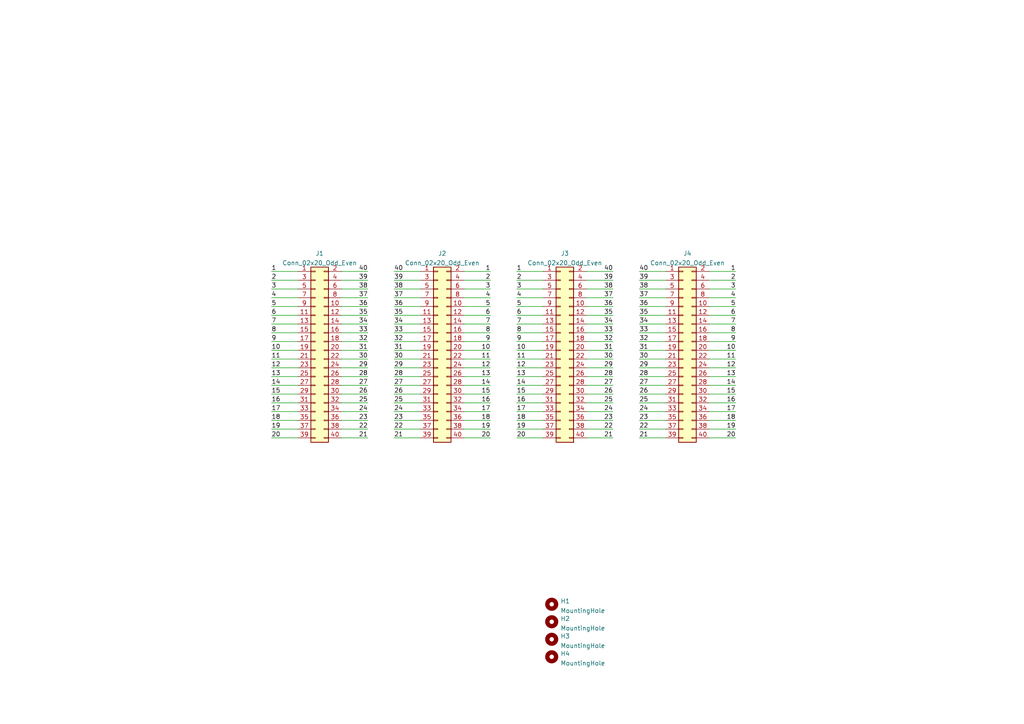
<source format=kicad_sch>
(kicad_sch (version 20210621) (generator eeschema)
  (paper "A4")
  (lib_symbols
    (symbol "Connector_Generic:Conn_02x20_Odd_Even" (pin_names (offset 1.016) hide)
      (property "Reference" "J" (at 1.27 25.4 0))
      (property "Value" "Conn_02x20_Odd_Even" (at 1.27 -27.94 0))
      (symbol "Conn_02x20_Odd_Even_1_1"
        (rectangle (start -1.27 -25.273) (end 0 -25.527) (stroke (width 0.1524)))
        (rectangle (start -1.27 -22.733) (end 0 -22.987) (stroke (width 0.1524)))
        (rectangle (start -1.27 -20.193) (end 0 -20.447) (stroke (width 0.1524)))
        (rectangle (start -1.27 -17.653) (end 0 -17.907) (stroke (width 0.1524)))
        (rectangle (start -1.27 -15.113) (end 0 -15.367) (stroke (width 0.1524)))
        (rectangle (start -1.27 -12.573) (end 0 -12.827) (stroke (width 0.1524)))
        (rectangle (start -1.27 -10.033) (end 0 -10.287) (stroke (width 0.1524)))
        (rectangle (start -1.27 -7.493) (end 0 -7.747) (stroke (width 0.1524)))
        (rectangle (start -1.27 -4.953) (end 0 -5.207) (stroke (width 0.1524)))
        (rectangle (start -1.27 -2.413) (end 0 -2.667) (stroke (width 0.1524)))
        (rectangle (start -1.27 0.127) (end 0 -0.127) (stroke (width 0.1524)))
        (rectangle (start -1.27 2.667) (end 0 2.413) (stroke (width 0.1524)))
        (rectangle (start -1.27 5.207) (end 0 4.953) (stroke (width 0.1524)))
        (rectangle (start -1.27 7.747) (end 0 7.493) (stroke (width 0.1524)))
        (rectangle (start -1.27 10.287) (end 0 10.033) (stroke (width 0.1524)))
        (rectangle (start -1.27 12.827) (end 0 12.573) (stroke (width 0.1524)))
        (rectangle (start -1.27 15.367) (end 0 15.113) (stroke (width 0.1524)))
        (rectangle (start -1.27 17.907) (end 0 17.653) (stroke (width 0.1524)))
        (rectangle (start -1.27 20.447) (end 0 20.193) (stroke (width 0.1524)))
        (rectangle (start -1.27 22.987) (end 0 22.733) (stroke (width 0.1524)))
        (rectangle (start 3.81 -25.273) (end 2.54 -25.527) (stroke (width 0.1524)))
        (rectangle (start 3.81 -22.733) (end 2.54 -22.987) (stroke (width 0.1524)))
        (rectangle (start 3.81 -20.193) (end 2.54 -20.447) (stroke (width 0.1524)))
        (rectangle (start 3.81 -17.653) (end 2.54 -17.907) (stroke (width 0.1524)))
        (rectangle (start 3.81 -15.113) (end 2.54 -15.367) (stroke (width 0.1524)))
        (rectangle (start 3.81 -12.573) (end 2.54 -12.827) (stroke (width 0.1524)))
        (rectangle (start 3.81 -10.033) (end 2.54 -10.287) (stroke (width 0.1524)))
        (rectangle (start 3.81 -7.493) (end 2.54 -7.747) (stroke (width 0.1524)))
        (rectangle (start 3.81 -4.953) (end 2.54 -5.207) (stroke (width 0.1524)))
        (rectangle (start 3.81 -2.413) (end 2.54 -2.667) (stroke (width 0.1524)))
        (rectangle (start 3.81 0.127) (end 2.54 -0.127) (stroke (width 0.1524)))
        (rectangle (start 3.81 2.667) (end 2.54 2.413) (stroke (width 0.1524)))
        (rectangle (start 3.81 5.207) (end 2.54 4.953) (stroke (width 0.1524)))
        (rectangle (start 3.81 7.747) (end 2.54 7.493) (stroke (width 0.1524)))
        (rectangle (start 3.81 10.287) (end 2.54 10.033) (stroke (width 0.1524)))
        (rectangle (start 3.81 12.827) (end 2.54 12.573) (stroke (width 0.1524)))
        (rectangle (start 3.81 15.367) (end 2.54 15.113) (stroke (width 0.1524)))
        (rectangle (start 3.81 17.907) (end 2.54 17.653) (stroke (width 0.1524)))
        (rectangle (start 3.81 20.447) (end 2.54 20.193) (stroke (width 0.1524)))
        (rectangle (start 3.81 22.987) (end 2.54 22.733) (stroke (width 0.1524)))
        (rectangle (start -1.27 24.13) (end 3.81 -26.67) (stroke (width 0.254)) (fill (type background)))
        (pin passive line (at -5.08 22.86 0) (length 3.81) (name "Pin_1") (number "1"))
        (pin passive line (at 7.62 12.7 180) (length 3.81) (name "Pin_10") (number "10"))
        (pin passive line (at -5.08 10.16 0) (length 3.81) (name "Pin_11") (number "11"))
        (pin passive line (at 7.62 10.16 180) (length 3.81) (name "Pin_12") (number "12"))
        (pin passive line (at -5.08 7.62 0) (length 3.81) (name "Pin_13") (number "13"))
        (pin passive line (at 7.62 7.62 180) (length 3.81) (name "Pin_14") (number "14"))
        (pin passive line (at -5.08 5.08 0) (length 3.81) (name "Pin_15") (number "15"))
        (pin passive line (at 7.62 5.08 180) (length 3.81) (name "Pin_16") (number "16"))
        (pin passive line (at -5.08 2.54 0) (length 3.81) (name "Pin_17") (number "17"))
        (pin passive line (at 7.62 2.54 180) (length 3.81) (name "Pin_18") (number "18"))
        (pin passive line (at -5.08 0 0) (length 3.81) (name "Pin_19") (number "19"))
        (pin passive line (at 7.62 22.86 180) (length 3.81) (name "Pin_2") (number "2"))
        (pin passive line (at 7.62 0 180) (length 3.81) (name "Pin_20") (number "20"))
        (pin passive line (at -5.08 -2.54 0) (length 3.81) (name "Pin_21") (number "21"))
        (pin passive line (at 7.62 -2.54 180) (length 3.81) (name "Pin_22") (number "22"))
        (pin passive line (at -5.08 -5.08 0) (length 3.81) (name "Pin_23") (number "23"))
        (pin passive line (at 7.62 -5.08 180) (length 3.81) (name "Pin_24") (number "24"))
        (pin passive line (at -5.08 -7.62 0) (length 3.81) (name "Pin_25") (number "25"))
        (pin passive line (at 7.62 -7.62 180) (length 3.81) (name "Pin_26") (number "26"))
        (pin passive line (at -5.08 -10.16 0) (length 3.81) (name "Pin_27") (number "27"))
        (pin passive line (at 7.62 -10.16 180) (length 3.81) (name "Pin_28") (number "28"))
        (pin passive line (at -5.08 -12.7 0) (length 3.81) (name "Pin_29") (number "29"))
        (pin passive line (at -5.08 20.32 0) (length 3.81) (name "Pin_3") (number "3"))
        (pin passive line (at 7.62 -12.7 180) (length 3.81) (name "Pin_30") (number "30"))
        (pin passive line (at -5.08 -15.24 0) (length 3.81) (name "Pin_31") (number "31"))
        (pin passive line (at 7.62 -15.24 180) (length 3.81) (name "Pin_32") (number "32"))
        (pin passive line (at -5.08 -17.78 0) (length 3.81) (name "Pin_33") (number "33"))
        (pin passive line (at 7.62 -17.78 180) (length 3.81) (name "Pin_34") (number "34"))
        (pin passive line (at -5.08 -20.32 0) (length 3.81) (name "Pin_35") (number "35"))
        (pin passive line (at 7.62 -20.32 180) (length 3.81) (name "Pin_36") (number "36"))
        (pin passive line (at -5.08 -22.86 0) (length 3.81) (name "Pin_37") (number "37"))
        (pin passive line (at 7.62 -22.86 180) (length 3.81) (name "Pin_38") (number "38"))
        (pin passive line (at -5.08 -25.4 0) (length 3.81) (name "Pin_39") (number "39"))
        (pin passive line (at 7.62 20.32 180) (length 3.81) (name "Pin_4") (number "4"))
        (pin passive line (at 7.62 -25.4 180) (length 3.81) (name "Pin_40") (number "40"))
        (pin passive line (at -5.08 17.78 0) (length 3.81) (name "Pin_5") (number "5"))
        (pin passive line (at 7.62 17.78 180) (length 3.81) (name "Pin_6") (number "6"))
        (pin passive line (at -5.08 15.24 0) (length 3.81) (name "Pin_7") (number "7"))
        (pin passive line (at 7.62 15.24 180) (length 3.81) (name "Pin_8") (number "8"))
        (pin passive line (at -5.08 12.7 0) (length 3.81) (name "Pin_9") (number "9"))
      )
    )
    (symbol "Mechanical:MountingHole" (pin_names (offset 1.016))
      (property "Reference" "H" (at 0 5.08 0))
      (property "Value" "MountingHole" (at 0 3.175 0))
      (symbol "MountingHole_0_1"
        (circle (center 0 0) (radius 1.27) (stroke (width 1.27)))
      )
    )
  )
  (wire (pts (xy 78.74 78.74) (xy 86.36 78.74)))
  (wire (pts (xy 78.74 81.28) (xy 86.36 81.28)))
  (wire (pts (xy 78.74 83.82) (xy 86.36 83.82)))
  (wire (pts (xy 78.74 86.36) (xy 86.36 86.36)))
  (wire (pts (xy 78.74 88.9) (xy 86.36 88.9)))
  (wire (pts (xy 78.74 91.44) (xy 86.36 91.44)))
  (wire (pts (xy 78.74 93.98) (xy 86.36 93.98)))
  (wire (pts (xy 78.74 96.52) (xy 86.36 96.52)))
  (wire (pts (xy 78.74 99.06) (xy 86.36 99.06)))
  (wire (pts (xy 78.74 101.6) (xy 86.36 101.6)))
  (wire (pts (xy 78.74 104.14) (xy 86.36 104.14)))
  (wire (pts (xy 78.74 106.68) (xy 86.36 106.68)))
  (wire (pts (xy 78.74 109.22) (xy 86.36 109.22)))
  (wire (pts (xy 78.74 111.76) (xy 86.36 111.76)))
  (wire (pts (xy 78.74 114.3) (xy 86.36 114.3)))
  (wire (pts (xy 78.74 116.84) (xy 86.36 116.84)))
  (wire (pts (xy 78.74 119.38) (xy 86.36 119.38)))
  (wire (pts (xy 78.74 121.92) (xy 86.36 121.92)))
  (wire (pts (xy 78.74 124.46) (xy 86.36 124.46)))
  (wire (pts (xy 78.74 127) (xy 86.36 127)))
  (wire (pts (xy 99.06 78.74) (xy 106.68 78.74)))
  (wire (pts (xy 99.06 81.28) (xy 106.68 81.28)))
  (wire (pts (xy 99.06 83.82) (xy 106.68 83.82)))
  (wire (pts (xy 99.06 86.36) (xy 106.68 86.36)))
  (wire (pts (xy 99.06 88.9) (xy 106.68 88.9)))
  (wire (pts (xy 99.06 91.44) (xy 106.68 91.44)))
  (wire (pts (xy 99.06 93.98) (xy 106.68 93.98)))
  (wire (pts (xy 99.06 96.52) (xy 106.68 96.52)))
  (wire (pts (xy 99.06 99.06) (xy 106.68 99.06)))
  (wire (pts (xy 99.06 101.6) (xy 106.68 101.6)))
  (wire (pts (xy 99.06 104.14) (xy 106.68 104.14)))
  (wire (pts (xy 99.06 106.68) (xy 106.68 106.68)))
  (wire (pts (xy 99.06 109.22) (xy 106.68 109.22)))
  (wire (pts (xy 99.06 111.76) (xy 106.68 111.76)))
  (wire (pts (xy 99.06 114.3) (xy 106.68 114.3)))
  (wire (pts (xy 99.06 116.84) (xy 106.68 116.84)))
  (wire (pts (xy 99.06 119.38) (xy 106.68 119.38)))
  (wire (pts (xy 99.06 121.92) (xy 106.68 121.92)))
  (wire (pts (xy 99.06 124.46) (xy 106.68 124.46)))
  (wire (pts (xy 99.06 127) (xy 106.68 127)))
  (wire (pts (xy 114.3 78.74) (xy 121.92 78.74)))
  (wire (pts (xy 114.3 81.28) (xy 121.92 81.28)))
  (wire (pts (xy 114.3 83.82) (xy 121.92 83.82)))
  (wire (pts (xy 114.3 86.36) (xy 121.92 86.36)))
  (wire (pts (xy 114.3 88.9) (xy 121.92 88.9)))
  (wire (pts (xy 114.3 91.44) (xy 121.92 91.44)))
  (wire (pts (xy 114.3 93.98) (xy 121.92 93.98)))
  (wire (pts (xy 114.3 96.52) (xy 121.92 96.52)))
  (wire (pts (xy 114.3 99.06) (xy 121.92 99.06)))
  (wire (pts (xy 114.3 101.6) (xy 121.92 101.6)))
  (wire (pts (xy 114.3 104.14) (xy 121.92 104.14)))
  (wire (pts (xy 114.3 106.68) (xy 121.92 106.68)))
  (wire (pts (xy 114.3 109.22) (xy 121.92 109.22)))
  (wire (pts (xy 114.3 111.76) (xy 121.92 111.76)))
  (wire (pts (xy 114.3 114.3) (xy 121.92 114.3)))
  (wire (pts (xy 114.3 116.84) (xy 121.92 116.84)))
  (wire (pts (xy 114.3 119.38) (xy 121.92 119.38)))
  (wire (pts (xy 114.3 121.92) (xy 121.92 121.92)))
  (wire (pts (xy 114.3 124.46) (xy 121.92 124.46)))
  (wire (pts (xy 114.3 127) (xy 121.92 127)))
  (wire (pts (xy 134.62 78.74) (xy 142.24 78.74)))
  (wire (pts (xy 134.62 81.28) (xy 142.24 81.28)))
  (wire (pts (xy 134.62 83.82) (xy 142.24 83.82)))
  (wire (pts (xy 134.62 86.36) (xy 142.24 86.36)))
  (wire (pts (xy 134.62 88.9) (xy 142.24 88.9)))
  (wire (pts (xy 134.62 91.44) (xy 142.24 91.44)))
  (wire (pts (xy 134.62 93.98) (xy 142.24 93.98)))
  (wire (pts (xy 134.62 96.52) (xy 142.24 96.52)))
  (wire (pts (xy 134.62 99.06) (xy 142.24 99.06)))
  (wire (pts (xy 134.62 101.6) (xy 142.24 101.6)))
  (wire (pts (xy 134.62 104.14) (xy 142.24 104.14)))
  (wire (pts (xy 134.62 106.68) (xy 142.24 106.68)))
  (wire (pts (xy 134.62 109.22) (xy 142.24 109.22)))
  (wire (pts (xy 134.62 111.76) (xy 142.24 111.76)))
  (wire (pts (xy 134.62 114.3) (xy 142.24 114.3)))
  (wire (pts (xy 134.62 116.84) (xy 142.24 116.84)))
  (wire (pts (xy 134.62 119.38) (xy 142.24 119.38)))
  (wire (pts (xy 134.62 121.92) (xy 142.24 121.92)))
  (wire (pts (xy 134.62 124.46) (xy 142.24 124.46)))
  (wire (pts (xy 134.62 127) (xy 142.24 127)))
  (wire (pts (xy 149.86 78.74) (xy 157.48 78.74)))
  (wire (pts (xy 149.86 81.28) (xy 157.48 81.28)))
  (wire (pts (xy 149.86 83.82) (xy 157.48 83.82)))
  (wire (pts (xy 149.86 86.36) (xy 157.48 86.36)))
  (wire (pts (xy 149.86 88.9) (xy 157.48 88.9)))
  (wire (pts (xy 149.86 91.44) (xy 157.48 91.44)))
  (wire (pts (xy 149.86 93.98) (xy 157.48 93.98)))
  (wire (pts (xy 149.86 96.52) (xy 157.48 96.52)))
  (wire (pts (xy 149.86 99.06) (xy 157.48 99.06)))
  (wire (pts (xy 149.86 101.6) (xy 157.48 101.6)))
  (wire (pts (xy 149.86 104.14) (xy 157.48 104.14)))
  (wire (pts (xy 149.86 106.68) (xy 157.48 106.68)))
  (wire (pts (xy 149.86 109.22) (xy 157.48 109.22)))
  (wire (pts (xy 149.86 111.76) (xy 157.48 111.76)))
  (wire (pts (xy 149.86 114.3) (xy 157.48 114.3)))
  (wire (pts (xy 149.86 116.84) (xy 157.48 116.84)))
  (wire (pts (xy 149.86 119.38) (xy 157.48 119.38)))
  (wire (pts (xy 149.86 121.92) (xy 157.48 121.92)))
  (wire (pts (xy 149.86 124.46) (xy 157.48 124.46)))
  (wire (pts (xy 149.86 127) (xy 157.48 127)))
  (wire (pts (xy 170.18 78.74) (xy 177.8 78.74)))
  (wire (pts (xy 170.18 81.28) (xy 177.8 81.28)))
  (wire (pts (xy 170.18 83.82) (xy 177.8 83.82)))
  (wire (pts (xy 170.18 86.36) (xy 177.8 86.36)))
  (wire (pts (xy 170.18 88.9) (xy 177.8 88.9)))
  (wire (pts (xy 170.18 91.44) (xy 177.8 91.44)))
  (wire (pts (xy 170.18 93.98) (xy 177.8 93.98)))
  (wire (pts (xy 170.18 96.52) (xy 177.8 96.52)))
  (wire (pts (xy 170.18 99.06) (xy 177.8 99.06)))
  (wire (pts (xy 170.18 101.6) (xy 177.8 101.6)))
  (wire (pts (xy 170.18 104.14) (xy 177.8 104.14)))
  (wire (pts (xy 170.18 106.68) (xy 177.8 106.68)))
  (wire (pts (xy 170.18 109.22) (xy 177.8 109.22)))
  (wire (pts (xy 170.18 111.76) (xy 177.8 111.76)))
  (wire (pts (xy 170.18 114.3) (xy 177.8 114.3)))
  (wire (pts (xy 170.18 116.84) (xy 177.8 116.84)))
  (wire (pts (xy 170.18 119.38) (xy 177.8 119.38)))
  (wire (pts (xy 170.18 121.92) (xy 177.8 121.92)))
  (wire (pts (xy 170.18 124.46) (xy 177.8 124.46)))
  (wire (pts (xy 170.18 127) (xy 177.8 127)))
  (wire (pts (xy 185.42 78.74) (xy 193.04 78.74)))
  (wire (pts (xy 185.42 81.28) (xy 193.04 81.28)))
  (wire (pts (xy 185.42 83.82) (xy 193.04 83.82)))
  (wire (pts (xy 185.42 86.36) (xy 193.04 86.36)))
  (wire (pts (xy 185.42 88.9) (xy 193.04 88.9)))
  (wire (pts (xy 185.42 91.44) (xy 193.04 91.44)))
  (wire (pts (xy 185.42 93.98) (xy 193.04 93.98)))
  (wire (pts (xy 185.42 96.52) (xy 193.04 96.52)))
  (wire (pts (xy 185.42 99.06) (xy 193.04 99.06)))
  (wire (pts (xy 185.42 101.6) (xy 193.04 101.6)))
  (wire (pts (xy 185.42 104.14) (xy 193.04 104.14)))
  (wire (pts (xy 185.42 106.68) (xy 193.04 106.68)))
  (wire (pts (xy 185.42 109.22) (xy 193.04 109.22)))
  (wire (pts (xy 185.42 111.76) (xy 193.04 111.76)))
  (wire (pts (xy 185.42 114.3) (xy 193.04 114.3)))
  (wire (pts (xy 185.42 116.84) (xy 193.04 116.84)))
  (wire (pts (xy 185.42 119.38) (xy 193.04 119.38)))
  (wire (pts (xy 185.42 121.92) (xy 193.04 121.92)))
  (wire (pts (xy 185.42 124.46) (xy 193.04 124.46)))
  (wire (pts (xy 185.42 127) (xy 193.04 127)))
  (wire (pts (xy 205.74 78.74) (xy 213.36 78.74)))
  (wire (pts (xy 205.74 81.28) (xy 213.36 81.28)))
  (wire (pts (xy 205.74 83.82) (xy 213.36 83.82)))
  (wire (pts (xy 205.74 86.36) (xy 213.36 86.36)))
  (wire (pts (xy 205.74 88.9) (xy 213.36 88.9)))
  (wire (pts (xy 205.74 91.44) (xy 213.36 91.44)))
  (wire (pts (xy 205.74 93.98) (xy 213.36 93.98)))
  (wire (pts (xy 205.74 96.52) (xy 213.36 96.52)))
  (wire (pts (xy 205.74 99.06) (xy 213.36 99.06)))
  (wire (pts (xy 205.74 101.6) (xy 213.36 101.6)))
  (wire (pts (xy 205.74 104.14) (xy 213.36 104.14)))
  (wire (pts (xy 205.74 106.68) (xy 213.36 106.68)))
  (wire (pts (xy 205.74 109.22) (xy 213.36 109.22)))
  (wire (pts (xy 205.74 111.76) (xy 213.36 111.76)))
  (wire (pts (xy 205.74 114.3) (xy 213.36 114.3)))
  (wire (pts (xy 205.74 116.84) (xy 213.36 116.84)))
  (wire (pts (xy 205.74 119.38) (xy 213.36 119.38)))
  (wire (pts (xy 205.74 121.92) (xy 213.36 121.92)))
  (wire (pts (xy 205.74 124.46) (xy 213.36 124.46)))
  (wire (pts (xy 205.74 127) (xy 213.36 127)))
  (label "1" (at 78.74 78.74 0))
  (label "2" (at 78.74 81.28 0))
  (label "3" (at 78.74 83.82 0))
  (label "4" (at 78.74 86.36 0))
  (label "5" (at 78.74 88.9 0))
  (label "6" (at 78.74 91.44 0))
  (label "7" (at 78.74 93.98 0))
  (label "8" (at 78.74 96.52 0))
  (label "9" (at 78.74 99.06 0))
  (label "10" (at 78.74 101.6 0))
  (label "11" (at 78.74 104.14 0))
  (label "12" (at 78.74 106.68 0))
  (label "13" (at 78.74 109.22 0))
  (label "14" (at 78.74 111.76 0))
  (label "15" (at 78.74 114.3 0))
  (label "16" (at 78.74 116.84 0))
  (label "17" (at 78.74 119.38 0))
  (label "18" (at 78.74 121.92 0))
  (label "19" (at 78.74 124.46 0))
  (label "20" (at 78.74 127 0))
  (label "40" (at 106.68 78.74 180))
  (label "39" (at 106.68 81.28 180))
  (label "38" (at 106.68 83.82 180))
  (label "37" (at 106.68 86.36 180))
  (label "36" (at 106.68 88.9 180))
  (label "35" (at 106.68 91.44 180))
  (label "34" (at 106.68 93.98 180))
  (label "33" (at 106.68 96.52 180))
  (label "32" (at 106.68 99.06 180))
  (label "31" (at 106.68 101.6 180))
  (label "30" (at 106.68 104.14 180))
  (label "29" (at 106.68 106.68 180))
  (label "28" (at 106.68 109.22 180))
  (label "27" (at 106.68 111.76 180))
  (label "26" (at 106.68 114.3 180))
  (label "25" (at 106.68 116.84 180))
  (label "24" (at 106.68 119.38 180))
  (label "23" (at 106.68 121.92 180))
  (label "22" (at 106.68 124.46 180))
  (label "21" (at 106.68 127 180))
  (label "40" (at 114.3 78.74 0))
  (label "39" (at 114.3 81.28 0))
  (label "38" (at 114.3 83.82 0))
  (label "37" (at 114.3 86.36 0))
  (label "36" (at 114.3 88.9 0))
  (label "35" (at 114.3 91.44 0))
  (label "34" (at 114.3 93.98 0))
  (label "33" (at 114.3 96.52 0))
  (label "32" (at 114.3 99.06 0))
  (label "31" (at 114.3 101.6 0))
  (label "30" (at 114.3 104.14 0))
  (label "29" (at 114.3 106.68 0))
  (label "28" (at 114.3 109.22 0))
  (label "27" (at 114.3 111.76 0))
  (label "26" (at 114.3 114.3 0))
  (label "25" (at 114.3 116.84 0))
  (label "24" (at 114.3 119.38 0))
  (label "23" (at 114.3 121.92 0))
  (label "22" (at 114.3 124.46 0))
  (label "21" (at 114.3 127 0))
  (label "1" (at 142.24 78.74 180))
  (label "2" (at 142.24 81.28 180))
  (label "3" (at 142.24 83.82 180))
  (label "4" (at 142.24 86.36 180))
  (label "5" (at 142.24 88.9 180))
  (label "6" (at 142.24 91.44 180))
  (label "7" (at 142.24 93.98 180))
  (label "8" (at 142.24 96.52 180))
  (label "9" (at 142.24 99.06 180))
  (label "10" (at 142.24 101.6 180))
  (label "11" (at 142.24 104.14 180))
  (label "12" (at 142.24 106.68 180))
  (label "13" (at 142.24 109.22 180))
  (label "14" (at 142.24 111.76 180))
  (label "15" (at 142.24 114.3 180))
  (label "16" (at 142.24 116.84 180))
  (label "17" (at 142.24 119.38 180))
  (label "18" (at 142.24 121.92 180))
  (label "19" (at 142.24 124.46 180))
  (label "20" (at 142.24 127 180))
  (label "1" (at 149.86 78.74 0))
  (label "2" (at 149.86 81.28 0))
  (label "3" (at 149.86 83.82 0))
  (label "4" (at 149.86 86.36 0))
  (label "5" (at 149.86 88.9 0))
  (label "6" (at 149.86 91.44 0))
  (label "7" (at 149.86 93.98 0))
  (label "8" (at 149.86 96.52 0))
  (label "9" (at 149.86 99.06 0))
  (label "10" (at 149.86 101.6 0))
  (label "11" (at 149.86 104.14 0))
  (label "12" (at 149.86 106.68 0))
  (label "13" (at 149.86 109.22 0))
  (label "14" (at 149.86 111.76 0))
  (label "15" (at 149.86 114.3 0))
  (label "16" (at 149.86 116.84 0))
  (label "17" (at 149.86 119.38 0))
  (label "18" (at 149.86 121.92 0))
  (label "19" (at 149.86 124.46 0))
  (label "20" (at 149.86 127 0))
  (label "40" (at 177.8 78.74 180))
  (label "39" (at 177.8 81.28 180))
  (label "38" (at 177.8 83.82 180))
  (label "37" (at 177.8 86.36 180))
  (label "36" (at 177.8 88.9 180))
  (label "35" (at 177.8 91.44 180))
  (label "34" (at 177.8 93.98 180))
  (label "33" (at 177.8 96.52 180))
  (label "32" (at 177.8 99.06 180))
  (label "31" (at 177.8 101.6 180))
  (label "30" (at 177.8 104.14 180))
  (label "29" (at 177.8 106.68 180))
  (label "28" (at 177.8 109.22 180))
  (label "27" (at 177.8 111.76 180))
  (label "26" (at 177.8 114.3 180))
  (label "25" (at 177.8 116.84 180))
  (label "24" (at 177.8 119.38 180))
  (label "23" (at 177.8 121.92 180))
  (label "22" (at 177.8 124.46 180))
  (label "21" (at 177.8 127 180))
  (label "40" (at 185.42 78.74 0))
  (label "39" (at 185.42 81.28 0))
  (label "38" (at 185.42 83.82 0))
  (label "37" (at 185.42 86.36 0))
  (label "36" (at 185.42 88.9 0))
  (label "35" (at 185.42 91.44 0))
  (label "34" (at 185.42 93.98 0))
  (label "33" (at 185.42 96.52 0))
  (label "32" (at 185.42 99.06 0))
  (label "31" (at 185.42 101.6 0))
  (label "30" (at 185.42 104.14 0))
  (label "29" (at 185.42 106.68 0))
  (label "28" (at 185.42 109.22 0))
  (label "27" (at 185.42 111.76 0))
  (label "26" (at 185.42 114.3 0))
  (label "25" (at 185.42 116.84 0))
  (label "24" (at 185.42 119.38 0))
  (label "23" (at 185.42 121.92 0))
  (label "22" (at 185.42 124.46 0))
  (label "21" (at 185.42 127 0))
  (label "1" (at 213.36 78.74 180))
  (label "2" (at 213.36 81.28 180))
  (label "3" (at 213.36 83.82 180))
  (label "4" (at 213.36 86.36 180))
  (label "5" (at 213.36 88.9 180))
  (label "6" (at 213.36 91.44 180))
  (label "7" (at 213.36 93.98 180))
  (label "8" (at 213.36 96.52 180))
  (label "9" (at 213.36 99.06 180))
  (label "10" (at 213.36 101.6 180))
  (label "11" (at 213.36 104.14 180))
  (label "12" (at 213.36 106.68 180))
  (label "13" (at 213.36 109.22 180))
  (label "14" (at 213.36 111.76 180))
  (label "15" (at 213.36 114.3 180))
  (label "16" (at 213.36 116.84 180))
  (label "17" (at 213.36 119.38 180))
  (label "18" (at 213.36 121.92 180))
  (label "19" (at 213.36 124.46 180))
  (label "20" (at 213.36 127 180))
  (symbol (lib_id "Mechanical:MountingHole") (at 160.02 175.26 0) (unit 1)
    (property "Reference" "H1" (at 162.5601 174.3515 0) (effects (justify left)))
    (property "Value" "MountingHole" (at 162.5601 177.1266 0) (effects (justify left)))
    (property "Footprint" "MountingHole:MountingHole_2.2mm_M2_DIN965_Pad" (effects hide))
  )
  (symbol (lib_id "Mechanical:MountingHole") (at 160.02 180.34 0) (unit 1)
    (property "Reference" "H2" (at 162.5601 179.4315 0) (effects (justify left)))
    (property "Value" "MountingHole" (at 162.5601 182.2066 0) (effects (justify left)))
    (property "Footprint" "MountingHole:MountingHole_2.2mm_M2_DIN965_Pad" (effects hide))
  )
  (symbol (lib_id "Mechanical:MountingHole") (at 160.02 185.42 0) (unit 1)
    (property "Reference" "H3" (at 162.5601 184.5115 0) (effects (justify left)))
    (property "Value" "MountingHole" (at 162.5601 187.2866 0) (effects (justify left)))
    (property "Footprint" "MountingHole:MountingHole_2.2mm_M2_DIN965_Pad" (effects hide))
  )
  (symbol (lib_id "Mechanical:MountingHole") (at 160.02 190.5 0) (unit 1)
    (property "Reference" "H4" (at 162.5601 189.5915 0) (effects (justify left)))
    (property "Value" "MountingHole" (at 162.5601 192.3666 0) (effects (justify left)))
    (property "Footprint" "MountingHole:MountingHole_2.2mm_M2_DIN965_Pad" (effects hide))
  )
  (symbol (lib_id "Connector_Generic:Conn_02x20_Odd_Even") (at 91.44 101.6 0) (unit 1)
    (property "Reference" "J1" (at 92.71 73.5034 0))
    (property "Value" "Conn_02x20_Odd_Even" (at 92.71 76.2785 0))
    (property "Footprint" "Connector_PinHeader_2.54mm:PinHeader_2x20_P2.54mm_Vertical_SMD" (effects hide))
  )
  (symbol (lib_id "Connector_Generic:Conn_02x20_Odd_Even") (at 127 101.6 0) (unit 1)
    (property "Reference" "J2" (at 128.27 73.5034 0))
    (property "Value" "Conn_02x20_Odd_Even" (at 128.27 76.2785 0))
    (property "Footprint" "Connector_PinHeader_2.54mm:PinHeader_2x20_P2.54mm_Vertical_SMD" (effects hide))
  )
  (symbol (lib_id "Connector_Generic:Conn_02x20_Odd_Even") (at 162.56 101.6 0) (unit 1)
    (property "Reference" "J3" (at 163.83 73.5034 0))
    (property "Value" "Conn_02x20_Odd_Even" (at 163.83 76.2785 0))
    (property "Footprint" "Connector_PinHeader_1.27mm:PinHeader_2x20_P1.27mm_Vertical_SMD" (effects hide))
  )
  (symbol (lib_id "Connector_Generic:Conn_02x20_Odd_Even") (at 198.12 101.6 0) (unit 1)
    (property "Reference" "J4" (at 199.39 73.5034 0))
    (property "Value" "Conn_02x20_Odd_Even" (at 199.39 76.2785 0))
    (property "Footprint" "Connector_PinHeader_1.27mm:PinHeader_2x20_P1.27mm_Vertical_SMD" (effects hide))
  )
)
</source>
